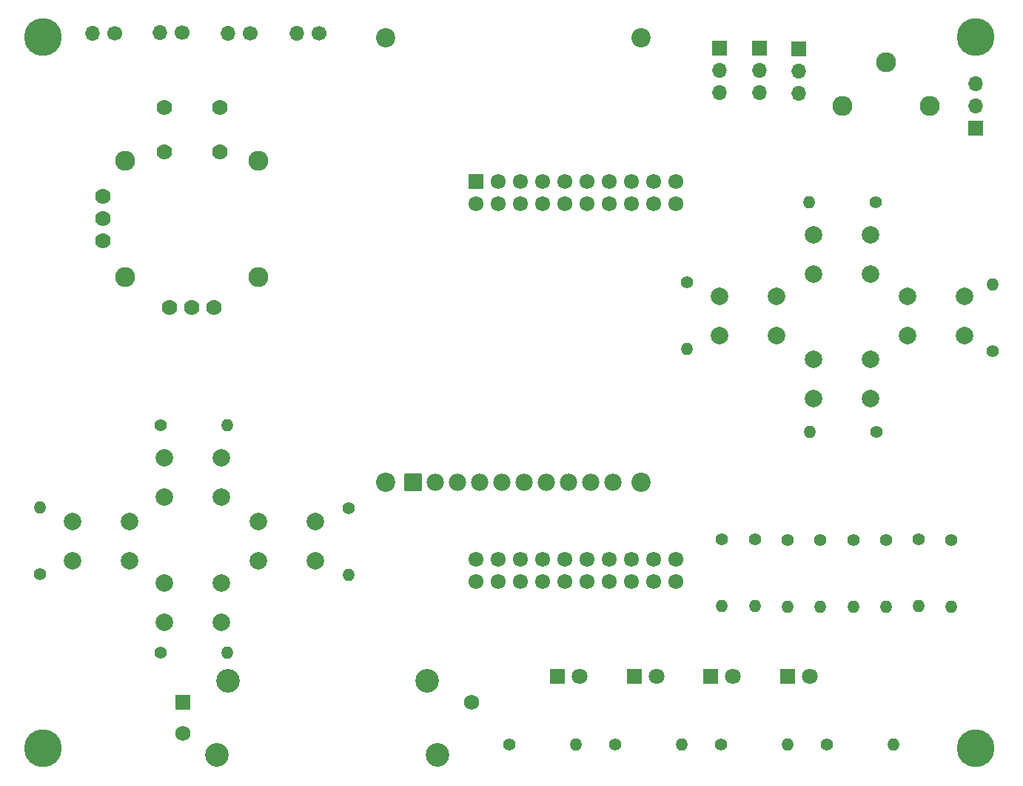
<source format=gts>
G04 #@! TF.GenerationSoftware,KiCad,Pcbnew,9.0.0*
G04 #@! TF.CreationDate,2025-03-22T14:34:33-05:00*
G04 #@! TF.ProjectId,TMB3956,544d4233-3935-4362-9e6b-696361645f70,v1.0.1*
G04 #@! TF.SameCoordinates,Original*
G04 #@! TF.FileFunction,Soldermask,Top*
G04 #@! TF.FilePolarity,Negative*
%FSLAX46Y46*%
G04 Gerber Fmt 4.6, Leading zero omitted, Abs format (unit mm)*
G04 Created by KiCad (PCBNEW 9.0.0) date 2025-03-22 14:34:33*
%MOMM*%
%LPD*%
G01*
G04 APERTURE LIST*
G04 Aperture macros list*
%AMRoundRect*
0 Rectangle with rounded corners*
0 $1 Rounding radius*
0 $2 $3 $4 $5 $6 $7 $8 $9 X,Y pos of 4 corners*
0 Add a 4 corners polygon primitive as box body*
4,1,4,$2,$3,$4,$5,$6,$7,$8,$9,$2,$3,0*
0 Add four circle primitives for the rounded corners*
1,1,$1+$1,$2,$3*
1,1,$1+$1,$4,$5*
1,1,$1+$1,$6,$7*
1,1,$1+$1,$8,$9*
0 Add four rect primitives between the rounded corners*
20,1,$1+$1,$2,$3,$4,$5,0*
20,1,$1+$1,$4,$5,$6,$7,0*
20,1,$1+$1,$6,$7,$8,$9,0*
20,1,$1+$1,$8,$9,$2,$3,0*%
G04 Aperture macros list end*
%ADD10R,1.700000X1.700000*%
%ADD11O,1.700000X1.700000*%
%ADD12C,1.778000*%
%ADD13C,2.286000*%
%ADD14C,2.000000*%
%ADD15C,2.700000*%
%ADD16R,1.750000X1.750000*%
%ADD17C,1.750000*%
%ADD18R,1.800000X1.800000*%
%ADD19C,1.800000*%
%ADD20C,4.318000*%
%ADD21C,2.200000*%
%ADD22RoundRect,0.102000X0.889000X-0.889000X0.889000X0.889000X-0.889000X0.889000X-0.889000X-0.889000X0*%
%ADD23C,1.982000*%
%ADD24C,1.400000*%
%ADD25O,1.400000X1.400000*%
%ADD26C,1.700000*%
%ADD27RoundRect,0.102000X-0.760000X0.760000X-0.760000X-0.760000X0.760000X-0.760000X0.760000X0.760000X0*%
%ADD28C,1.724000*%
G04 APERTURE END LIST*
D10*
X161250000Y-52330000D03*
D11*
X161250000Y-49790000D03*
X161250000Y-47250000D03*
D10*
X141000000Y-43225000D03*
D11*
X141000000Y-45765000D03*
X141000000Y-48305000D03*
D12*
X61470000Y-65207500D03*
X61470000Y-62667500D03*
X61470000Y-60127500D03*
X69090000Y-72827500D03*
X71630000Y-72827500D03*
X74170000Y-72827500D03*
D13*
X64010000Y-56000000D03*
X64010000Y-69335000D03*
X79250000Y-69335000D03*
X79250000Y-56000000D03*
D12*
X68455000Y-55047500D03*
X74805000Y-55047500D03*
X68455000Y-49967500D03*
X74805000Y-49967500D03*
D14*
X58000000Y-97250000D03*
X64500000Y-97250000D03*
X58000000Y-101750000D03*
X64500000Y-101750000D03*
X68500000Y-90000000D03*
X75000000Y-90000000D03*
X68500000Y-94500000D03*
X75000000Y-94500000D03*
D15*
X74500000Y-123900000D03*
X75700000Y-115500000D03*
X98500000Y-115500000D03*
X99700000Y-123900000D03*
D16*
X70600000Y-117950000D03*
D17*
X70600000Y-121450000D03*
X103600000Y-117950000D03*
D14*
X132000000Y-71500000D03*
X138500000Y-71500000D03*
X132000000Y-76000000D03*
X138500000Y-76000000D03*
X153500000Y-71500000D03*
X160000000Y-71500000D03*
X153500000Y-76000000D03*
X160000000Y-76000000D03*
D18*
X139710000Y-115000000D03*
D19*
X142250000Y-115000000D03*
D20*
X161290000Y-41910000D03*
X161290000Y-123190000D03*
X54610000Y-41910000D03*
X54610000Y-123190000D03*
D18*
X130935000Y-115000000D03*
D19*
X133475000Y-115000000D03*
D14*
X142750000Y-64500000D03*
X149250000Y-64500000D03*
X142750000Y-69000000D03*
X149250000Y-69000000D03*
X79250000Y-97250000D03*
X85750000Y-97250000D03*
X79250000Y-101750000D03*
X85750000Y-101750000D03*
D13*
X156000000Y-49750000D03*
X151000000Y-44750000D03*
X146000000Y-49750000D03*
D14*
X68500000Y-104250000D03*
X75000000Y-104250000D03*
X68500000Y-108750000D03*
X75000000Y-108750000D03*
D10*
X136500000Y-43170000D03*
D11*
X136500000Y-45710000D03*
X136500000Y-48250000D03*
D18*
X113420000Y-115000000D03*
D19*
X115960000Y-115000000D03*
D14*
X142750000Y-78750000D03*
X149250000Y-78750000D03*
X142750000Y-83250000D03*
X149250000Y-83250000D03*
D10*
X131945000Y-43170000D03*
D11*
X131945000Y-45710000D03*
X131945000Y-48250000D03*
D18*
X122185000Y-115000000D03*
D19*
X124725000Y-115000000D03*
D21*
X93750000Y-42000000D03*
X93750000Y-92800000D03*
X122960000Y-42000000D03*
X122960000Y-92800000D03*
D22*
X96925000Y-92800000D03*
D23*
X99465000Y-92800000D03*
X102005000Y-92800000D03*
X104545000Y-92800000D03*
X107085000Y-92800000D03*
X109625000Y-92800000D03*
X112165000Y-92800000D03*
X114705000Y-92800000D03*
X117245000Y-92800000D03*
X119785000Y-92800000D03*
D24*
X132250000Y-99305000D03*
D25*
X132250000Y-106925000D03*
D26*
X70525000Y-41420000D03*
D11*
X67985000Y-41420000D03*
D24*
X158500000Y-99365000D03*
D25*
X158500000Y-106985000D03*
D24*
X151000000Y-99365000D03*
D25*
X151000000Y-106985000D03*
D27*
X104140000Y-58420000D03*
D28*
X106680000Y-58420000D03*
X109220000Y-58420000D03*
X111760000Y-58420000D03*
X114300000Y-58420000D03*
X116840000Y-58420000D03*
X119380000Y-58420000D03*
X121920000Y-58420000D03*
X124460000Y-58420000D03*
X127000000Y-58420000D03*
X104140000Y-104140000D03*
X106680000Y-104140000D03*
X109220000Y-104140000D03*
X111760000Y-104140000D03*
X114300000Y-104140000D03*
X116840000Y-104140000D03*
X119380000Y-104140000D03*
X121920000Y-104140000D03*
X124460000Y-104140000D03*
X127000000Y-104140000D03*
X104140000Y-60960000D03*
X106680000Y-60960000D03*
X109220000Y-60960000D03*
X111760000Y-60960000D03*
X114300000Y-60960000D03*
X116840000Y-60960000D03*
X119380000Y-60960000D03*
X121920000Y-60960000D03*
X124460000Y-60960000D03*
X127000000Y-60960000D03*
X104140000Y-101600000D03*
X106680000Y-101600000D03*
X109220000Y-101600000D03*
X111760000Y-101600000D03*
X114300000Y-101600000D03*
X116840000Y-101600000D03*
X119380000Y-101600000D03*
X121920000Y-101600000D03*
X124460000Y-101600000D03*
X127000000Y-101600000D03*
D24*
X149810000Y-60750000D03*
D25*
X142190000Y-60750000D03*
D24*
X136000000Y-99305000D03*
D25*
X136000000Y-106925000D03*
D24*
X107940000Y-122750000D03*
D25*
X115560000Y-122750000D03*
D26*
X62775000Y-41500000D03*
D11*
X60235000Y-41500000D03*
D26*
X86141750Y-41500000D03*
D11*
X83601750Y-41500000D03*
D24*
X143500000Y-99365000D03*
D25*
X143500000Y-106985000D03*
D24*
X68000000Y-86250000D03*
D25*
X75620000Y-86250000D03*
D24*
X149870000Y-87000000D03*
D25*
X142250000Y-87000000D03*
D26*
X78260000Y-41500000D03*
D11*
X75720000Y-41500000D03*
D24*
X132120000Y-122750000D03*
D25*
X139740000Y-122750000D03*
D24*
X128250000Y-69880000D03*
D25*
X128250000Y-77500000D03*
D24*
X54250000Y-103250000D03*
D25*
X54250000Y-95630000D03*
D24*
X120000000Y-122750000D03*
D25*
X127620000Y-122750000D03*
D24*
X89500000Y-95750000D03*
D25*
X89500000Y-103370000D03*
D24*
X139750000Y-99365000D03*
D25*
X139750000Y-106985000D03*
D24*
X68000000Y-112250000D03*
D25*
X75620000Y-112250000D03*
D24*
X163195000Y-77810000D03*
D25*
X163195000Y-70190000D03*
D24*
X154750000Y-99305000D03*
D25*
X154750000Y-106925000D03*
D24*
X147250000Y-99365000D03*
D25*
X147250000Y-106985000D03*
D24*
X144250000Y-122750000D03*
D25*
X151870000Y-122750000D03*
M02*

</source>
